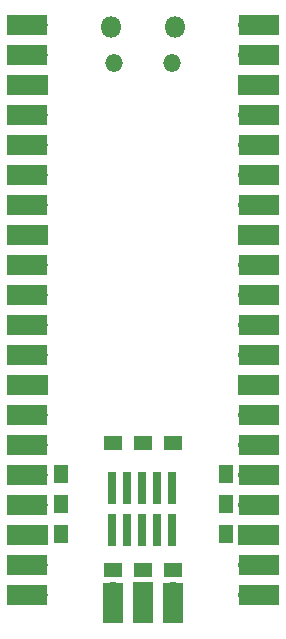
<source format=gbr>
%TF.GenerationSoftware,KiCad,Pcbnew,6.0.8-f2edbf62ab~116~ubuntu22.04.1*%
%TF.CreationDate,2022-10-03T19:04:55-04:00*%
%TF.ProjectId,PicoDebugInterface,5069636f-4465-4627-9567-496e74657266,rev?*%
%TF.SameCoordinates,Original*%
%TF.FileFunction,Soldermask,Top*%
%TF.FilePolarity,Negative*%
%FSLAX46Y46*%
G04 Gerber Fmt 4.6, Leading zero omitted, Abs format (unit mm)*
G04 Created by KiCad (PCBNEW 6.0.8-f2edbf62ab~116~ubuntu22.04.1) date 2022-10-03 19:04:55*
%MOMM*%
%LPD*%
G01*
G04 APERTURE LIST*
%ADD10R,1.524000X1.143000*%
%ADD11R,1.143000X1.524000*%
%ADD12R,0.660400X2.768600*%
%ADD13O,1.500000X1.500000*%
%ADD14O,1.800000X1.800000*%
%ADD15R,3.500000X1.700000*%
%ADD16O,1.700000X1.700000*%
%ADD17R,1.700000X1.700000*%
%ADD18R,1.700000X3.500000*%
G04 APERTURE END LIST*
D10*
%TO.C,J2*%
X126238000Y-67119500D03*
X128778000Y-67119500D03*
X131318000Y-67119500D03*
%TD*%
D11*
%TO.C,J4*%
X135763000Y-64135000D03*
X135763000Y-61595000D03*
X135763000Y-59055000D03*
%TD*%
D12*
%TO.C,J1*%
X126111000Y-63728000D03*
X126111000Y-60198000D03*
X127381000Y-63728000D03*
X127381000Y-60198000D03*
X128651000Y-63728000D03*
X128651000Y-60198000D03*
X129921000Y-63728000D03*
X129921000Y-60198000D03*
X131191000Y-63728000D03*
X131191000Y-60198000D03*
%TD*%
D13*
%TO.C,U1*%
X131175000Y-24180000D03*
X126325000Y-24180000D03*
D14*
X126025000Y-21150000D03*
X131475000Y-21150000D03*
D15*
X118960000Y-21020000D03*
D16*
X119860000Y-21020000D03*
D15*
X118960000Y-23560000D03*
D16*
X119860000Y-23560000D03*
D15*
X118960000Y-26100000D03*
D17*
X119860000Y-26100000D03*
D16*
X119860000Y-28640000D03*
D15*
X118960000Y-28640000D03*
X118960000Y-31180000D03*
D16*
X119860000Y-31180000D03*
X119860000Y-33720000D03*
D15*
X118960000Y-33720000D03*
D16*
X119860000Y-36260000D03*
D15*
X118960000Y-36260000D03*
D17*
X119860000Y-38800000D03*
D15*
X118960000Y-38800000D03*
D16*
X119860000Y-41340000D03*
D15*
X118960000Y-41340000D03*
X118960000Y-43880000D03*
D16*
X119860000Y-43880000D03*
X119860000Y-46420000D03*
D15*
X118960000Y-46420000D03*
D16*
X119860000Y-48960000D03*
D15*
X118960000Y-48960000D03*
D17*
X119860000Y-51500000D03*
D15*
X118960000Y-51500000D03*
D16*
X119860000Y-54040000D03*
D15*
X118960000Y-54040000D03*
X118960000Y-56580000D03*
D16*
X119860000Y-56580000D03*
X119860000Y-59120000D03*
D15*
X118960000Y-59120000D03*
X118960000Y-61660000D03*
D16*
X119860000Y-61660000D03*
D17*
X119860000Y-64200000D03*
D15*
X118960000Y-64200000D03*
D16*
X119860000Y-66740000D03*
D15*
X118960000Y-66740000D03*
D16*
X119860000Y-69280000D03*
D15*
X118960000Y-69280000D03*
X138540000Y-69280000D03*
D16*
X137640000Y-69280000D03*
D15*
X138540000Y-66740000D03*
D16*
X137640000Y-66740000D03*
D17*
X137640000Y-64200000D03*
D15*
X138540000Y-64200000D03*
D16*
X137640000Y-61660000D03*
D15*
X138540000Y-61660000D03*
X138540000Y-59120000D03*
D16*
X137640000Y-59120000D03*
D15*
X138540000Y-56580000D03*
D16*
X137640000Y-56580000D03*
D15*
X138540000Y-54040000D03*
D16*
X137640000Y-54040000D03*
D17*
X137640000Y-51500000D03*
D15*
X138540000Y-51500000D03*
X138540000Y-48960000D03*
D16*
X137640000Y-48960000D03*
D15*
X138540000Y-46420000D03*
D16*
X137640000Y-46420000D03*
D15*
X138540000Y-43880000D03*
D16*
X137640000Y-43880000D03*
D15*
X138540000Y-41340000D03*
D16*
X137640000Y-41340000D03*
D15*
X138540000Y-38800000D03*
D17*
X137640000Y-38800000D03*
D16*
X137640000Y-36260000D03*
D15*
X138540000Y-36260000D03*
D16*
X137640000Y-33720000D03*
D15*
X138540000Y-33720000D03*
D16*
X137640000Y-31180000D03*
D15*
X138540000Y-31180000D03*
X138540000Y-28640000D03*
D16*
X137640000Y-28640000D03*
D17*
X137640000Y-26100000D03*
D15*
X138540000Y-26100000D03*
D16*
X137640000Y-23560000D03*
D15*
X138540000Y-23560000D03*
D16*
X137640000Y-21020000D03*
D15*
X138540000Y-21020000D03*
D18*
X126210000Y-69950000D03*
D16*
X126210000Y-69050000D03*
D17*
X128750000Y-69050000D03*
D18*
X128750000Y-69950000D03*
D16*
X131290000Y-69050000D03*
D18*
X131290000Y-69950000D03*
%TD*%
D10*
%TO.C,J5*%
X126238000Y-56388000D03*
X128778000Y-56388000D03*
X131318000Y-56388000D03*
%TD*%
D11*
%TO.C,J3*%
X121791000Y-64135000D03*
X121791000Y-61595000D03*
X121791000Y-59055000D03*
%TD*%
M02*

</source>
